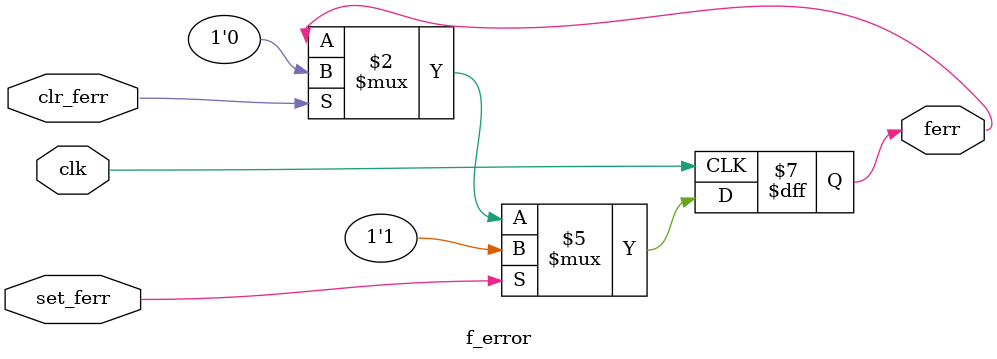
<source format=sv>
`timescale 1ns / 1ps


module f_error(
		input logic clk, set_ferr, clr_ferr,
		output logic ferr
    );
    
    always_ff @(posedge clk)
    	begin
    		if(set_ferr) ferr <= 1'b1;
    		else if(clr_ferr) ferr <= 1'b0;
    	end
    	
endmodule

</source>
